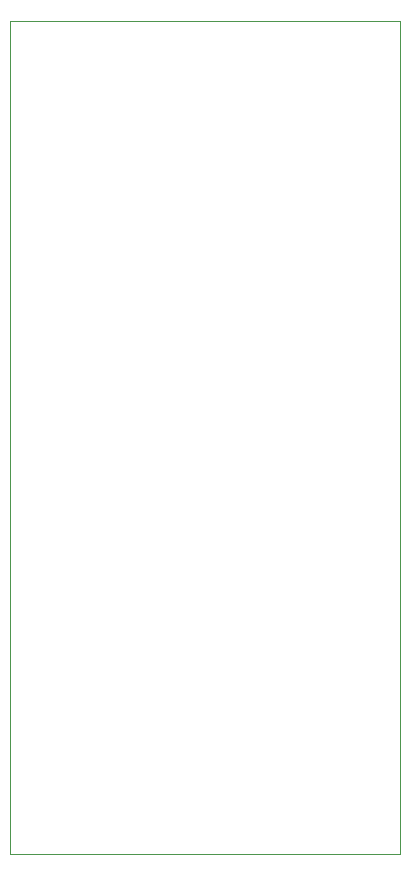
<source format=gbr>
%TF.GenerationSoftware,KiCad,Pcbnew,(6.0.4)*%
%TF.CreationDate,2022-11-04T10:04:38-04:00*%
%TF.ProjectId,controller board,636f6e74-726f-46c6-9c65-7220626f6172,rev?*%
%TF.SameCoordinates,Original*%
%TF.FileFunction,Profile,NP*%
%FSLAX46Y46*%
G04 Gerber Fmt 4.6, Leading zero omitted, Abs format (unit mm)*
G04 Created by KiCad (PCBNEW (6.0.4)) date 2022-11-04 10:04:38*
%MOMM*%
%LPD*%
G01*
G04 APERTURE LIST*
%TA.AperFunction,Profile*%
%ADD10C,0.100000*%
%TD*%
G04 APERTURE END LIST*
D10*
X136000000Y-111500000D02*
X103000000Y-111500000D01*
X103000000Y-111500000D02*
X103000000Y-41000000D01*
X103000000Y-41000000D02*
X136000000Y-41000000D01*
X136000000Y-41000000D02*
X136000000Y-111500000D01*
M02*

</source>
